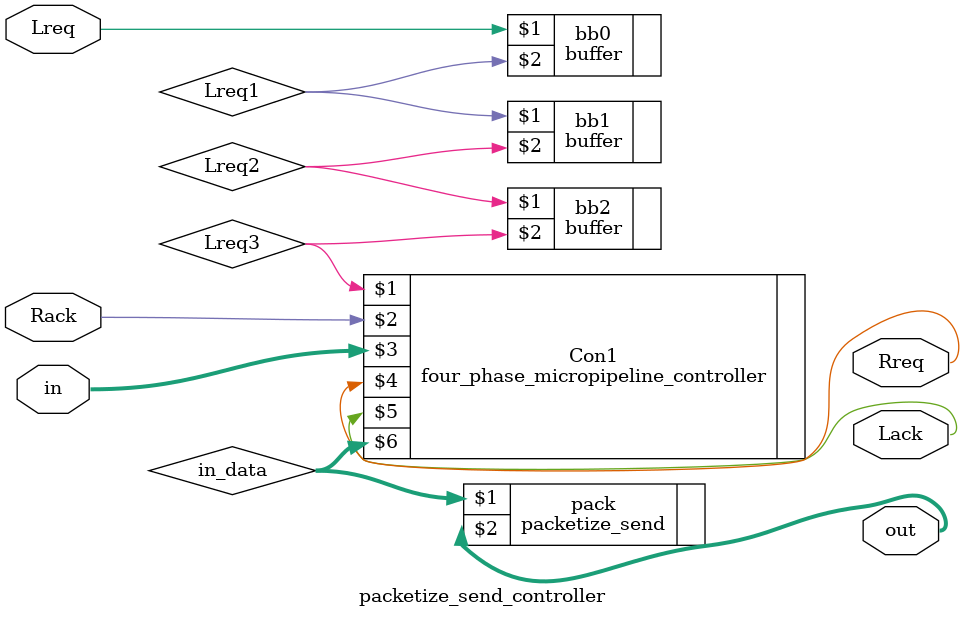
<source format=sv>
`timescale 1ns/1fs

module packetize_send_controller(
input Lreq,
output Lack,
output Rreq,
input  Rack,
input [34:0]in,
output [34:0]out
);

//Delay Line
logic Lreq1, Lreq2,Lreq3;
buffer bb0(Lreq,Lreq1);
buffer bb1(Lreq1,Lreq2);
buffer bb2(Lreq2,Lreq3);

//Controller
logic [34:0]in_data;
four_phase_micropipeline_controller Con1(Lreq3, Rack,in,Rreq,Lack, in_data);
//Packettize Comb. Logic
packetize_send pack(in_data,out);


endmodule
</source>
